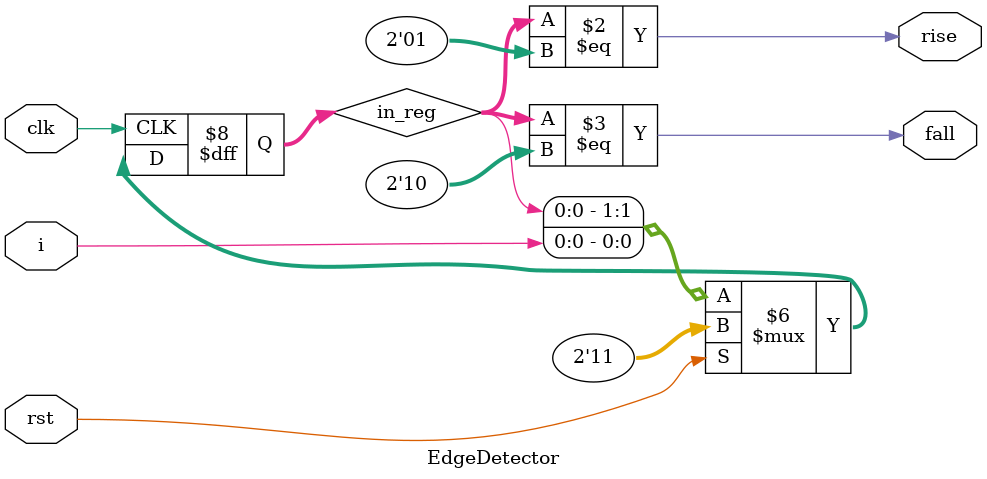
<source format=v>
`timescale 1ns / 1ps
/**
 * Main module on SD controller data path. Drives DAT pins
 * and provides a Wishbone master interface for data movement.
 * 
 * @author Yunye Pu
 */
module SDC_Datapath #(
	parameter BLKSIZE_W = 12,
	parameter BLKCNT_W = 16,
	parameter DATA_TIMEOUT_W = 24
)(
	input wb_clk, input wb_rst,
	input sd_clk, input sd_rst,
	//DMA interface: wishbone master
	output [31:0] wb_addr,
	output [31:0] wb_dout, input [31:0] wb_din,
	output [3:0] wb_dm, output wb_cyc, output wb_stb,
	output wb_we, input wb_ack,
	//SD data interface
	inout [3:0] sdDat,
	//Configuration signals
	input [BLKSIZE_W-1:0] blockSize,
	input [BLKCNT_W-1:0] blockCount,
	input [DATA_TIMEOUT_W-1:0] timeoutValue,
	input [31:0] dmaAddress,
	input wideBus,
	//Control and status
	input rxStart, input txStart, output sdBusy, output [6:0] interruptEvents
);

	reg txRunning = 0;//Sets on tx start, resets on downscaler finish
	reg rxRunning = 0;//Sets on rx start, resets on RX idle after upscaler finish
	//When an error event occur, RX and TX will stop after transaction of current block completes.
	
	wire txFinish, rxFinish, rxIdle, txWaiting;
	wire rxCrcError, rxFrameError;
	
	//TX 32-bit stream
	wire [31:0] txWord_data;
	wire txWord_valid, txWord_ready;
	//TX 8-bit stream
	wire [7:0] txByte_data;
	wire txByte_valid, txByte_ready, txByte_last;
	//RX 8-bit stream
	wire [7:0] rxByte_data;
	wire rxByte_valid, rxByte_last;
	//RX 32-bit stream
	wire [31:0] rxWord_data;
	wire [3:0] rxWord_keep;
	wire rxWord_valid, rxWord_ready;
	
	//SD bus
	wire [3:0] sdDat_o;
	wire [3:0] sdDat_t;
	wire [3:0] sdDat_i;
	
	SDC_DMA dma(
		.wb_clk(wb_clk), .wb_rst(wb_rst),
		.sd_clk(sd_clk), .sd_rst(sd_rst),
		.wb_addr(wb_addr), .wb_dout(wb_dout), .wb_din(wb_din),
		.wb_dm(wb_dm), .wb_cyc(wb_cyc), .wb_stb(wb_stb),
		.wb_we(wb_we), .wb_ack(wb_ack),
		
		.sd_tx_data(txWord_data), .sd_tx_valid(txWord_valid),
		.sd_tx_ready(txWord_ready),
		.sd_rx_data(rxWord_data), .sd_rx_keep(rxWord_keep),
		.sd_rx_valid(rxWord_valid), .sd_rx_ready(rxWord_ready),
		.tx_en(txRunning), .rx_en(rxRunning), .base_addr(dmaAddress)
	);
	
	SDC_TxDownscaler #(BLKSIZE_W, BLKCNT_W) tx1 (
		.clk(sd_clk), .rst(sd_rst || ~txRunning), .tx_finish(txFinish),
		.tx_data_in(txWord_data), .tx_valid_in(txWord_valid), .tx_ready_in(txWord_ready),
		.tx_data_out(txByte_data), .tx_valid_out(txByte_valid),
		.tx_last_out(txByte_last), .tx_ready_out(txByte_ready),
		.block_size(blockSize), .block_cnt(blockCount)
	);
	
	
	SDC_DataTransmitter tx0(
		.clk(sd_clk), .rst(sd_rst),
		.in_data(txByte_data), .in_valid(txByte_valid),
		.in_last(txByte_last), .in_ready(txByte_ready),
		.wideBus(wideBus), .txWaiting(txWaiting),
		.sdDat(sdDat_o), .oe(sdDat_t), .sdBusy(sdBusy)
	);
	
	SDC_DataReceiver #(BLKSIZE_W) rx0(
		.clk(sd_clk), .rst(sd_rst),
		.out_data(rxByte_data), .out_valid(rxByte_valid), .out_last(rxByte_last),
		.crcError(rxCrcError), .frameError(rxFrameError), .idle(rxIdle),
		.wideBus(wideBus), .rxSize(blockSize),
		.sdDat(sdDat_i), .sdBusy(sdBusy)
	);
	
	SDC_RxUpscaler #(BLKCNT_W) rx1(
		.clk(sd_clk), .rst(sd_rst || !rxRunning), .rx_finish(rxFinish),
		.rx_data_in(rxByte_data), .rx_valid_in(rxByte_valid),
		.rx_last_in(rxByte_last),
		.block_cnt(blockCount),
		.rx_data_out(rxWord_data), .rx_valid_out(rxWord_valid),
		.rx_keep_out(rxWord_keep)
	);
	
	//SD data lines driver
	assign sdDat_i = sdDat;
	assign sdDat[0] = sdDat_t[0]? sdDat_o[0]: 1'bz;
	assign sdDat[1] = sdDat_t[1]? sdDat_o[1]: 1'bz;
	assign sdDat[2] = sdDat_t[2]? sdDat_o[2]: 1'bz;
	assign sdDat[3] = sdDat_t[3]? sdDat_o[3]: 1'bz;
	
	//Timeout detection logic
	wire int_timeout;
	reg [DATA_TIMEOUT_W-1:0] timeoutCounter = 0;
	always @ (posedge sd_clk)
	if(sd_rst || !(txRunning || rxRunning))
		timeoutCounter <= 0;
	else if(timeoutCounter != timeoutValue)
		timeoutCounter <= timeoutCounter + 1;
	assign int_timeout = (timeoutCounter == timeoutValue) && (timeoutValue != 0);
	
//TX fifo underflow: DMA output valid goes from high to low when tx running
//RX fifo overflow: DMA input ready goes low when rx running
	wire outValidFall;
	EdgeDetector #(1'b0) dmaTxValidFallDetect (.clk(sd_clk), .rst(sd_rst), .i(txWord_valid), .rise(), .fall(outValidFall));

	reg [4:0] errEvents = 0;
	always @ (posedge sd_clk)
	if(sd_rst || rxStart || txStart)
		errEvents <= 5'h0;
	else
	begin
		//Timeout
		if(int_timeout) errEvents[4] <= 1;
		//Frame error
		if(rxFrameError && rxRunning) errEvents[3] <= 1;
		//TX fifo underflow
		if(outValidFall && txRunning) errEvents[2] <= 1;
		//RX fifo overflow
		if(!rxWord_ready && rxRunning) errEvents[1] <= 1;
		//CRC error
		if(rxCrcError && rxRunning) errEvents[0] <= 1;
	end
	
	reg rxFinished = 0;//Sets on RX upscaler finish, resets on rx start
	
	always @ (posedge sd_clk)
	if(sd_rst || ((|errEvents) && rxIdle) || (rxIdle && rxFinished))
		rxRunning <= 0;
	else if(rxStart)
		rxRunning <= 1;
	
	always @ (posedge sd_clk)
	if(sd_rst || ((|errEvents) && txWaiting) || txFinish)
		txRunning <= 0;
	else if(txStart)
		txRunning <= 1;
	
	always @ (posedge sd_clk)
	if(sd_rst || !rxRunning)
		rxFinished <= 0;
	else if(rxFinish)
		rxFinished <= 1;
	
	assign interruptEvents = (rxRunning || txRunning)? 7'h0: {errEvents, |errEvents, ~|errEvents};
	
endmodule

module EdgeDetector #(
	parameter INIT = 1'b1
)(
	input clk, input rst,
	input i, output rise, output fall
);
	reg [1:0] in_reg = {2{INIT}};
	always @ (posedge clk)
	if(rst)
		in_reg <= {2{INIT}};
	else
		in_reg <= {in_reg[0], i};
	
	assign rise = (in_reg == 2'b01);
	assign fall = (in_reg == 2'b10);
	
endmodule

</source>
